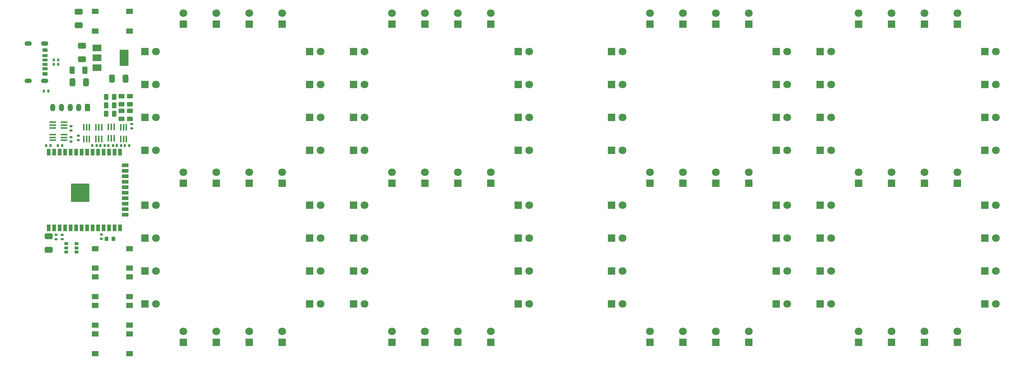
<source format=gbr>
%TF.GenerationSoftware,KiCad,Pcbnew,7.0.8*%
%TF.CreationDate,2024-09-21T08:52:27-04:00*%
%TF.ProjectId,clock,636c6f63-6b2e-46b6-9963-61645f706362,rev?*%
%TF.SameCoordinates,Original*%
%TF.FileFunction,Soldermask,Top*%
%TF.FilePolarity,Negative*%
%FSLAX46Y46*%
G04 Gerber Fmt 4.6, Leading zero omitted, Abs format (unit mm)*
G04 Created by KiCad (PCBNEW 7.0.8) date 2024-09-21 08:52:27*
%MOMM*%
%LPD*%
G01*
G04 APERTURE LIST*
G04 Aperture macros list*
%AMRoundRect*
0 Rectangle with rounded corners*
0 $1 Rounding radius*
0 $2 $3 $4 $5 $6 $7 $8 $9 X,Y pos of 4 corners*
0 Add a 4 corners polygon primitive as box body*
4,1,4,$2,$3,$4,$5,$6,$7,$8,$9,$2,$3,0*
0 Add four circle primitives for the rounded corners*
1,1,$1+$1,$2,$3*
1,1,$1+$1,$4,$5*
1,1,$1+$1,$6,$7*
1,1,$1+$1,$8,$9*
0 Add four rect primitives between the rounded corners*
20,1,$1+$1,$2,$3,$4,$5,0*
20,1,$1+$1,$4,$5,$6,$7,0*
20,1,$1+$1,$6,$7,$8,$9,0*
20,1,$1+$1,$8,$9,$2,$3,0*%
G04 Aperture macros list end*
%ADD10R,1.800000X1.800000*%
%ADD11C,1.800000*%
%ADD12RoundRect,0.135000X0.185000X-0.135000X0.185000X0.135000X-0.185000X0.135000X-0.185000X-0.135000X0*%
%ADD13RoundRect,0.250000X0.450000X-0.262500X0.450000X0.262500X-0.450000X0.262500X-0.450000X-0.262500X0*%
%ADD14R,1.550000X1.300000*%
%ADD15RoundRect,0.135000X0.135000X0.185000X-0.135000X0.185000X-0.135000X-0.185000X0.135000X-0.185000X0*%
%ADD16RoundRect,0.135000X-0.185000X0.135000X-0.185000X-0.135000X0.185000X-0.135000X0.185000X0.135000X0*%
%ADD17R,0.400000X1.500000*%
%ADD18RoundRect,0.250000X0.650000X-0.412500X0.650000X0.412500X-0.650000X0.412500X-0.650000X-0.412500X0*%
%ADD19RoundRect,0.250000X-0.262500X-0.450000X0.262500X-0.450000X0.262500X0.450000X-0.262500X0.450000X0*%
%ADD20RoundRect,0.050000X-0.400000X0.275000X-0.400000X-0.275000X0.400000X-0.275000X0.400000X0.275000X0*%
%ADD21RoundRect,0.135000X-0.135000X-0.185000X0.135000X-0.185000X0.135000X0.185000X-0.135000X0.185000X0*%
%ADD22RoundRect,0.250000X-0.450000X0.262500X-0.450000X-0.262500X0.450000X-0.262500X0.450000X0.262500X0*%
%ADD23RoundRect,0.250000X-0.650000X0.412500X-0.650000X-0.412500X0.650000X-0.412500X0.650000X0.412500X0*%
%ADD24RoundRect,0.250000X0.350000X0.625000X-0.350000X0.625000X-0.350000X-0.625000X0.350000X-0.625000X0*%
%ADD25O,1.200000X1.750000*%
%ADD26RoundRect,0.250000X0.312500X0.625000X-0.312500X0.625000X-0.312500X-0.625000X0.312500X-0.625000X0*%
%ADD27R,1.500000X0.400000*%
%ADD28RoundRect,0.218750X0.218750X0.256250X-0.218750X0.256250X-0.218750X-0.256250X0.218750X-0.256250X0*%
%ADD29RoundRect,0.250000X-0.412500X-0.650000X0.412500X-0.650000X0.412500X0.650000X-0.412500X0.650000X0*%
%ADD30RoundRect,0.175000X-0.425000X0.175000X-0.425000X-0.175000X0.425000X-0.175000X0.425000X0.175000X0*%
%ADD31RoundRect,0.190000X0.410000X-0.190000X0.410000X0.190000X-0.410000X0.190000X-0.410000X-0.190000X0*%
%ADD32RoundRect,0.200000X0.400000X-0.200000X0.400000X0.200000X-0.400000X0.200000X-0.400000X-0.200000X0*%
%ADD33RoundRect,0.175000X0.425000X-0.175000X0.425000X0.175000X-0.425000X0.175000X-0.425000X-0.175000X0*%
%ADD34RoundRect,0.190000X-0.410000X0.190000X-0.410000X-0.190000X0.410000X-0.190000X0.410000X0.190000X0*%
%ADD35RoundRect,0.200000X-0.400000X0.200000X-0.400000X-0.200000X0.400000X-0.200000X0.400000X0.200000X0*%
%ADD36O,1.700000X1.100000*%
%ADD37R,0.900000X1.500000*%
%ADD38R,1.500000X0.900000*%
%ADD39R,4.200000X4.200000*%
%ADD40R,2.000000X1.500000*%
%ADD41R,2.000000X3.800000*%
%ADD42RoundRect,0.250000X0.412500X0.650000X-0.412500X0.650000X-0.412500X-0.650000X0.412500X-0.650000X0*%
G04 APERTURE END LIST*
D10*
%TO.C,D105*%
X105151000Y-23870600D03*
D11*
X107691000Y-23870600D03*
%TD*%
D10*
%TO.C,D73*%
X143251000Y-46730600D03*
D11*
X145791000Y-46730600D03*
%TD*%
D10*
%TO.C,D2*%
X173731000Y-17520600D03*
D11*
X173731000Y-14980600D03*
%TD*%
D10*
%TO.C,D92*%
X213101000Y-67050600D03*
D11*
X215641000Y-67050600D03*
%TD*%
D12*
%TO.C,R19*%
X53848000Y-41710800D03*
X53848000Y-40690800D03*
%TD*%
D10*
%TO.C,D44*%
X164841000Y-31490600D03*
D11*
X167381000Y-31490600D03*
%TD*%
D10*
%TO.C,D37*%
X164841000Y-59430600D03*
D11*
X167381000Y-59430600D03*
%TD*%
D10*
%TO.C,D6*%
X202941000Y-23870600D03*
D11*
X205481000Y-23870600D03*
%TD*%
D13*
%TO.C,R18*%
X51485800Y-36066100D03*
X51485800Y-34241100D03*
%TD*%
D10*
%TO.C,D49*%
X56891000Y-23870600D03*
D11*
X59431000Y-23870600D03*
%TD*%
D10*
%TO.C,D23*%
X94991000Y-67050600D03*
D11*
X97531000Y-67050600D03*
%TD*%
D14*
%TO.C,SW3*%
X45351800Y-82687600D03*
X53301800Y-82687600D03*
X45351800Y-87187600D03*
X53301800Y-87187600D03*
%TD*%
D15*
%TO.C,R20*%
X53240400Y-45669200D03*
X52220400Y-45669200D03*
%TD*%
D10*
%TO.C,D28*%
X181351000Y-91180600D03*
D11*
X181351000Y-88640600D03*
%TD*%
D10*
%TO.C,D54*%
X65781000Y-54350600D03*
D11*
X65781000Y-51810600D03*
%TD*%
D16*
%TO.C,R2*%
X39776400Y-41198800D03*
X39776400Y-42218800D03*
%TD*%
D10*
%TO.C,D82*%
X244851000Y-91180600D03*
D11*
X244851000Y-88640600D03*
%TD*%
D10*
%TO.C,D53*%
X196591000Y-54350600D03*
D11*
X196591000Y-51810600D03*
%TD*%
D10*
%TO.C,D11*%
X73401000Y-17520600D03*
D11*
X73401000Y-14980600D03*
%TD*%
D10*
%TO.C,D22*%
X94991000Y-59430600D03*
D11*
X97531000Y-59430600D03*
%TD*%
D17*
%TO.C,Q3*%
X45578000Y-44112800D03*
X46228000Y-44112800D03*
X46878000Y-44112800D03*
X46878000Y-41452800D03*
X46228000Y-41452800D03*
X45578000Y-41452800D03*
%TD*%
D10*
%TO.C,D64*%
X129281000Y-17520600D03*
D11*
X129281000Y-14980600D03*
%TD*%
D14*
%TO.C,SW5*%
X45351800Y-89291600D03*
X53301800Y-89291600D03*
X45351800Y-93791600D03*
X53301800Y-93791600D03*
%TD*%
D10*
%TO.C,D60*%
X237231000Y-17520600D03*
D11*
X237231000Y-14980600D03*
%TD*%
D18*
%TO.C,C5*%
X42316400Y-25692500D03*
X42316400Y-22567500D03*
%TD*%
D10*
%TO.C,D104*%
X105151000Y-31490600D03*
D11*
X107691000Y-31490600D03*
%TD*%
D10*
%TO.C,D52*%
X188971000Y-54350600D03*
D11*
X188971000Y-51810600D03*
%TD*%
D10*
%TO.C,D62*%
X114041000Y-17520600D03*
D11*
X114041000Y-14980600D03*
%TD*%
D10*
%TO.C,D46*%
X56891000Y-46730600D03*
D11*
X59431000Y-46730600D03*
%TD*%
D10*
%TO.C,D30*%
X88641000Y-91180600D03*
D11*
X88641000Y-88640600D03*
%TD*%
D10*
%TO.C,D91*%
X213101000Y-74670600D03*
D11*
X215641000Y-74670600D03*
%TD*%
D14*
%TO.C,SW4*%
X45402600Y-14615600D03*
X53352600Y-14615600D03*
X45402600Y-19115600D03*
X53352600Y-19115600D03*
%TD*%
D10*
%TO.C,D97*%
X105151000Y-59430600D03*
D11*
X107691000Y-59430600D03*
%TD*%
D14*
%TO.C,SW2*%
X53305000Y-80583600D03*
X45355000Y-80583600D03*
X53305000Y-76083600D03*
X45355000Y-76083600D03*
%TD*%
D10*
%TO.C,D41*%
X56891000Y-59430600D03*
D11*
X59431000Y-59430600D03*
%TD*%
D19*
%TO.C,R15*%
X47908200Y-36322000D03*
X49733200Y-36322000D03*
%TD*%
D17*
%TO.C,Q5*%
X51293000Y-44112800D03*
X51943000Y-44112800D03*
X52593000Y-44112800D03*
X52593000Y-41452800D03*
X51943000Y-41452800D03*
X51293000Y-41452800D03*
%TD*%
D10*
%TO.C,D84*%
X229611000Y-91180600D03*
D11*
X229611000Y-88640600D03*
%TD*%
D10*
%TO.C,D20*%
X202941000Y-74670600D03*
D11*
X205481000Y-74670600D03*
%TD*%
D20*
%TO.C,U1*%
X38658800Y-68376800D03*
X38658800Y-69326800D03*
X38658800Y-70276800D03*
X41058800Y-70276800D03*
X41058800Y-69326800D03*
X41058800Y-68376800D03*
%TD*%
D21*
%TO.C,R14*%
X50338800Y-45669200D03*
X51358800Y-45669200D03*
%TD*%
D10*
%TO.C,D75*%
X251201000Y-67050600D03*
D11*
X253741000Y-67050600D03*
%TD*%
D12*
%TO.C,R6*%
X36271200Y-67312000D03*
X36271200Y-66292000D03*
%TD*%
D10*
%TO.C,D27*%
X188971000Y-91180600D03*
D11*
X188971000Y-88640600D03*
%TD*%
D10*
%TO.C,D68*%
X251201000Y-39110600D03*
D11*
X253741000Y-39110600D03*
%TD*%
D10*
%TO.C,D71*%
X143251000Y-31490600D03*
D11*
X145791000Y-31490600D03*
%TD*%
D15*
%TO.C,R11*%
X45724000Y-45669200D03*
X44704000Y-45669200D03*
%TD*%
D10*
%TO.C,D40*%
X56891000Y-67050600D03*
D11*
X59431000Y-67050600D03*
%TD*%
D10*
%TO.C,D57*%
X88641000Y-54350600D03*
D11*
X88641000Y-51810600D03*
%TD*%
D10*
%TO.C,D69*%
X251201000Y-46730600D03*
D11*
X253741000Y-46730600D03*
%TD*%
D10*
%TO.C,D65*%
X136901000Y-17520600D03*
D11*
X136901000Y-14980600D03*
%TD*%
D22*
%TO.C,R17*%
X53441600Y-34243000D03*
X53441600Y-36068000D03*
%TD*%
D23*
%TO.C,C3*%
X34594800Y-66649600D03*
X34594800Y-69774600D03*
%TD*%
D10*
%TO.C,D110*%
X114041000Y-54350600D03*
D11*
X114041000Y-51810600D03*
%TD*%
D10*
%TO.C,D70*%
X143251000Y-23870600D03*
D11*
X145791000Y-23870600D03*
%TD*%
D10*
%TO.C,D74*%
X251201000Y-59430600D03*
D11*
X253741000Y-59430600D03*
%TD*%
D12*
%TO.C,R9*%
X46786800Y-67210400D03*
X46786800Y-66190400D03*
%TD*%
D10*
%TO.C,D90*%
X213101000Y-82290600D03*
D11*
X215641000Y-82290600D03*
%TD*%
D10*
%TO.C,D10*%
X65781000Y-17520600D03*
D11*
X65781000Y-14980600D03*
%TD*%
D10*
%TO.C,D5*%
X196591000Y-17520600D03*
D11*
X196591000Y-14980600D03*
%TD*%
D10*
%TO.C,D89*%
X114041000Y-91180600D03*
D11*
X114041000Y-88640600D03*
%TD*%
D10*
%TO.C,D29*%
X173731000Y-91180600D03*
D11*
X173731000Y-88640600D03*
%TD*%
D10*
%TO.C,D58*%
X221991000Y-17520600D03*
D11*
X221991000Y-14980600D03*
%TD*%
D14*
%TO.C,SW1*%
X45364400Y-69494400D03*
X53314400Y-69494400D03*
X45364400Y-73994400D03*
X53314400Y-73994400D03*
%TD*%
D21*
%TO.C,R4*%
X36724400Y-45669200D03*
X37744400Y-45669200D03*
%TD*%
D10*
%TO.C,D66*%
X251201000Y-23870600D03*
D11*
X253741000Y-23870600D03*
%TD*%
D10*
%TO.C,D25*%
X94991000Y-82290600D03*
D11*
X97531000Y-82290600D03*
%TD*%
D10*
%TO.C,D21*%
X202941000Y-82290600D03*
D11*
X205481000Y-82290600D03*
%TD*%
D24*
%TO.C,J1*%
X43573200Y-36872000D03*
D25*
X41573200Y-36872000D03*
X39573200Y-36872000D03*
X37573200Y-36872000D03*
X35573200Y-36872000D03*
%TD*%
D10*
%TO.C,D38*%
X56891000Y-82290600D03*
D11*
X59431000Y-82290600D03*
%TD*%
D26*
%TO.C,TH1*%
X42966100Y-28244800D03*
X40041100Y-28244800D03*
%TD*%
D10*
%TO.C,D55*%
X73401000Y-54350600D03*
D11*
X73401000Y-51810600D03*
%TD*%
D10*
%TO.C,D81*%
X143251000Y-82290600D03*
D11*
X145791000Y-82290600D03*
%TD*%
D10*
%TO.C,D48*%
X56891000Y-31490600D03*
D11*
X59431000Y-31490600D03*
%TD*%
D10*
%TO.C,D35*%
X164841000Y-74670600D03*
D11*
X167381000Y-74670600D03*
%TD*%
D10*
%TO.C,D103*%
X105151000Y-39110600D03*
D11*
X107691000Y-39110600D03*
%TD*%
D15*
%TO.C,R12*%
X49479200Y-45669200D03*
X48459200Y-45669200D03*
%TD*%
D10*
%TO.C,D36*%
X164841000Y-67050600D03*
D11*
X167381000Y-67050600D03*
%TD*%
D10*
%TO.C,D113*%
X136901000Y-54350600D03*
D11*
X136901000Y-51810600D03*
%TD*%
D10*
%TO.C,D72*%
X143251000Y-39110600D03*
D11*
X145791000Y-39110600D03*
%TD*%
D10*
%TO.C,D50*%
X173731000Y-54350600D03*
D11*
X173731000Y-51810600D03*
%TD*%
D10*
%TO.C,D18*%
X202941000Y-59430600D03*
D11*
X205481000Y-59430600D03*
%TD*%
D10*
%TO.C,D107*%
X229611000Y-54350600D03*
D11*
X229611000Y-51810600D03*
%TD*%
D10*
%TO.C,D33*%
X65781000Y-91180600D03*
D11*
X65781000Y-88640600D03*
%TD*%
D10*
%TO.C,D101*%
X213101000Y-23870600D03*
D11*
X215641000Y-23870600D03*
%TD*%
D15*
%TO.C,R13*%
X47599600Y-45669200D03*
X46579600Y-45669200D03*
%TD*%
D10*
%TO.C,D56*%
X81021000Y-54350600D03*
D11*
X81021000Y-51810600D03*
%TD*%
D21*
%TO.C,R1*%
X34034000Y-45669200D03*
X35054000Y-45669200D03*
%TD*%
D13*
%TO.C,R23*%
X51485800Y-39471600D03*
X51485800Y-37646600D03*
%TD*%
D10*
%TO.C,D45*%
X164841000Y-23870600D03*
D11*
X167381000Y-23870600D03*
%TD*%
D10*
%TO.C,D16*%
X94991000Y-39110600D03*
D11*
X97531000Y-39110600D03*
%TD*%
D10*
%TO.C,D100*%
X213101000Y-31490600D03*
D11*
X215641000Y-31490600D03*
%TD*%
D10*
%TO.C,D109*%
X244851000Y-54350600D03*
D11*
X244851000Y-51810600D03*
%TD*%
D10*
%TO.C,D67*%
X251201000Y-31490600D03*
D11*
X253741000Y-31490600D03*
%TD*%
D27*
%TO.C,Q2*%
X38169200Y-44403800D03*
X38169200Y-43753800D03*
X38169200Y-43103800D03*
X35509200Y-43103800D03*
X35509200Y-43753800D03*
X35509200Y-44403800D03*
%TD*%
D10*
%TO.C,D59*%
X229611000Y-17520600D03*
D11*
X229611000Y-14980600D03*
%TD*%
D28*
%TO.C,D1*%
X49581000Y-67208400D03*
X48006000Y-67208400D03*
%TD*%
D10*
%TO.C,D111*%
X121661000Y-54350600D03*
D11*
X121661000Y-51810600D03*
%TD*%
D10*
%TO.C,D24*%
X94991000Y-74670600D03*
D11*
X97531000Y-74670600D03*
%TD*%
D10*
%TO.C,D34*%
X164841000Y-82290600D03*
D11*
X167381000Y-82290600D03*
%TD*%
D10*
%TO.C,D93*%
X213101000Y-59430600D03*
D11*
X215641000Y-59430600D03*
%TD*%
D16*
%TO.C,R10*%
X37744400Y-66290000D03*
X37744400Y-67310000D03*
%TD*%
D29*
%TO.C,C1*%
X49249800Y-30175200D03*
X52374800Y-30175200D03*
%TD*%
D10*
%TO.C,D8*%
X202941000Y-39110600D03*
D11*
X205481000Y-39110600D03*
%TD*%
D30*
%TO.C,J2*%
X33727600Y-25831600D03*
D31*
X33727600Y-27851600D03*
D32*
X33727600Y-29081600D03*
D33*
X33727600Y-26831600D03*
D34*
X33727600Y-24811600D03*
D35*
X33727600Y-23581600D03*
D36*
X33647600Y-22011600D03*
X29847600Y-22011600D03*
X33647600Y-30651600D03*
X29847600Y-30651600D03*
%TD*%
D10*
%TO.C,D83*%
X237231000Y-91180600D03*
D11*
X237231000Y-88640600D03*
%TD*%
D10*
%TO.C,D80*%
X143251000Y-74670600D03*
D11*
X145791000Y-74670600D03*
%TD*%
D27*
%TO.C,Q1*%
X35534600Y-40254400D03*
X35534600Y-40904400D03*
X35534600Y-41554400D03*
X38194600Y-41554400D03*
X38194600Y-40904400D03*
X38194600Y-40254400D03*
%TD*%
D10*
%TO.C,D31*%
X81021000Y-91180600D03*
D11*
X81021000Y-88640600D03*
%TD*%
D10*
%TO.C,D96*%
X105151000Y-67050600D03*
D11*
X107691000Y-67050600D03*
%TD*%
D15*
%TO.C,R8*%
X34497200Y-33020000D03*
X33477200Y-33020000D03*
%TD*%
D10*
%TO.C,D17*%
X94991000Y-46730600D03*
D11*
X97531000Y-46730600D03*
%TD*%
D10*
%TO.C,D14*%
X94991000Y-23870600D03*
D11*
X97531000Y-23870600D03*
%TD*%
D10*
%TO.C,D61*%
X244851000Y-17520600D03*
D11*
X244851000Y-14980600D03*
%TD*%
D10*
%TO.C,D3*%
X181351000Y-17520600D03*
D11*
X181351000Y-14980600D03*
%TD*%
D19*
%TO.C,R24*%
X47908200Y-34391600D03*
X49733200Y-34391600D03*
%TD*%
D10*
%TO.C,D12*%
X81021000Y-17520600D03*
D11*
X81021000Y-14980600D03*
%TD*%
D10*
%TO.C,D102*%
X105151000Y-46730600D03*
D11*
X107691000Y-46730600D03*
%TD*%
D23*
%TO.C,C2*%
X41554400Y-14705800D03*
X41554400Y-17830800D03*
%TD*%
D15*
%TO.C,R7*%
X36781200Y-25857200D03*
X35761200Y-25857200D03*
%TD*%
D10*
%TO.C,D51*%
X181351000Y-54350600D03*
D11*
X181351000Y-51810600D03*
%TD*%
D10*
%TO.C,D87*%
X129281000Y-91180600D03*
D11*
X129281000Y-88640600D03*
%TD*%
D10*
%TO.C,D4*%
X188971000Y-17520600D03*
D11*
X188971000Y-14980600D03*
%TD*%
D10*
%TO.C,D77*%
X251201000Y-82290600D03*
D11*
X253741000Y-82290600D03*
%TD*%
D10*
%TO.C,D15*%
X94991000Y-31490600D03*
D11*
X97531000Y-31490600D03*
%TD*%
D10*
%TO.C,D79*%
X143251000Y-67050600D03*
D11*
X145791000Y-67050600D03*
%TD*%
D19*
%TO.C,R16*%
X47908200Y-38252400D03*
X49733200Y-38252400D03*
%TD*%
D37*
%TO.C,U2*%
X34574400Y-64680800D03*
X35844400Y-64680800D03*
X37114400Y-64680800D03*
X38384400Y-64680800D03*
X39654400Y-64680800D03*
X40924400Y-64680800D03*
X42194400Y-64680800D03*
X43464400Y-64680800D03*
X44734400Y-64680800D03*
X46004400Y-64680800D03*
X47274400Y-64680800D03*
X48544400Y-64680800D03*
X49814400Y-64680800D03*
X51084400Y-64680800D03*
D38*
X52334400Y-61640800D03*
X52334400Y-60370800D03*
X52334400Y-59100800D03*
X52334400Y-57830800D03*
X52334400Y-56560800D03*
X52334400Y-55290800D03*
X52334400Y-54020800D03*
X52334400Y-52750800D03*
X52334400Y-51480800D03*
X52334400Y-50210800D03*
D37*
X51084400Y-47180800D03*
X49814400Y-47180800D03*
X48544400Y-47180800D03*
X47274400Y-47180800D03*
X46004400Y-47180800D03*
X44734400Y-47180800D03*
X43464400Y-47180800D03*
X42194400Y-47180800D03*
X40924400Y-47180800D03*
X39654400Y-47180800D03*
X38384400Y-47180800D03*
X37114400Y-47180800D03*
X35844400Y-47180800D03*
X34574400Y-47180800D03*
D39*
X41914400Y-56610800D03*
%TD*%
D10*
%TO.C,D43*%
X164841000Y-39110600D03*
D11*
X167381000Y-39110600D03*
%TD*%
D10*
%TO.C,D98*%
X213101000Y-46730600D03*
D11*
X215641000Y-46730600D03*
%TD*%
D40*
%TO.C,U3*%
X45770400Y-23049200D03*
X45770400Y-25349200D03*
X45770400Y-27649200D03*
D41*
X52070400Y-25349200D03*
%TD*%
D42*
%TO.C,C4*%
X43257000Y-30988000D03*
X40132000Y-30988000D03*
%TD*%
D10*
%TO.C,D99*%
X213101000Y-39110600D03*
D11*
X215641000Y-39110600D03*
%TD*%
D10*
%TO.C,D95*%
X105151000Y-74670600D03*
D11*
X107691000Y-74670600D03*
%TD*%
D10*
%TO.C,D39*%
X56891000Y-74670600D03*
D11*
X59431000Y-74670600D03*
%TD*%
D10*
%TO.C,D86*%
X136901000Y-91180600D03*
D11*
X136901000Y-88640600D03*
%TD*%
D10*
%TO.C,D78*%
X143251000Y-59430600D03*
D11*
X145791000Y-59430600D03*
%TD*%
D10*
%TO.C,D9*%
X202941000Y-46730600D03*
D11*
X205481000Y-46730600D03*
%TD*%
D10*
%TO.C,D94*%
X105151000Y-82290600D03*
D11*
X107691000Y-82290600D03*
%TD*%
D10*
%TO.C,D42*%
X164841000Y-46730600D03*
D11*
X167381000Y-46730600D03*
%TD*%
D10*
%TO.C,D13*%
X88641000Y-17520600D03*
D11*
X88641000Y-14980600D03*
%TD*%
D10*
%TO.C,D26*%
X196591000Y-91180600D03*
D11*
X196591000Y-88640600D03*
%TD*%
D15*
%TO.C,R5*%
X36783200Y-26822400D03*
X35763200Y-26822400D03*
%TD*%
D10*
%TO.C,D106*%
X221991000Y-54350600D03*
D11*
X221991000Y-51810600D03*
%TD*%
D10*
%TO.C,D32*%
X73401000Y-91180600D03*
D11*
X73401000Y-88640600D03*
%TD*%
D10*
%TO.C,D19*%
X202941000Y-67050600D03*
D11*
X205481000Y-67050600D03*
%TD*%
D17*
%TO.C,Q4*%
X49733200Y-41300400D03*
X49083200Y-41300400D03*
X48433200Y-41300400D03*
X48433200Y-43960400D03*
X49083200Y-43960400D03*
X49733200Y-43960400D03*
%TD*%
D10*
%TO.C,D108*%
X237231000Y-54350600D03*
D11*
X237231000Y-51810600D03*
%TD*%
D10*
%TO.C,D76*%
X251201000Y-74670600D03*
D11*
X253741000Y-74670600D03*
%TD*%
D10*
%TO.C,D88*%
X121661000Y-91180600D03*
D11*
X121661000Y-88640600D03*
%TD*%
D13*
%TO.C,R22*%
X53441600Y-39471600D03*
X53441600Y-37646600D03*
%TD*%
D17*
%TO.C,Q6*%
X42743600Y-44112800D03*
X43393600Y-44112800D03*
X44043600Y-44112800D03*
X44043600Y-41452800D03*
X43393600Y-41452800D03*
X42743600Y-41452800D03*
%TD*%
D10*
%TO.C,D85*%
X221991000Y-91180600D03*
D11*
X221991000Y-88640600D03*
%TD*%
D16*
%TO.C,R3*%
X39776400Y-43688000D03*
X39776400Y-44708000D03*
%TD*%
D10*
%TO.C,D47*%
X56891000Y-39110600D03*
D11*
X59431000Y-39110600D03*
%TD*%
D10*
%TO.C,D112*%
X129281000Y-54350600D03*
D11*
X129281000Y-51810600D03*
%TD*%
D10*
%TO.C,D7*%
X202941000Y-31490600D03*
D11*
X205481000Y-31490600D03*
%TD*%
D10*
%TO.C,D63*%
X121661000Y-17520600D03*
D11*
X121661000Y-14980600D03*
%TD*%
D12*
%TO.C,R21*%
X41452800Y-44352400D03*
X41452800Y-43332400D03*
%TD*%
M02*

</source>
